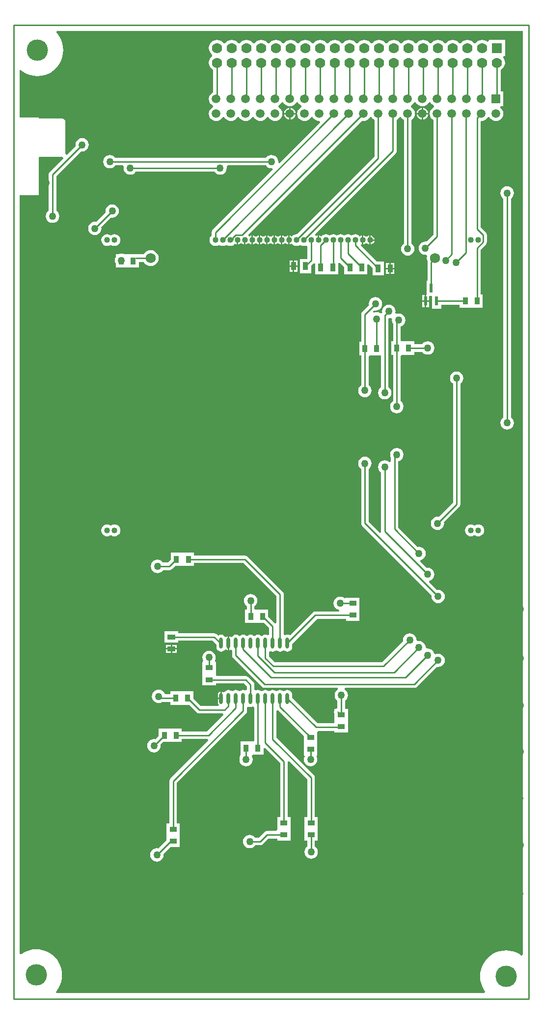
<source format=gbl>
G04 Layer_Physical_Order=2*
G04 Layer_Color=16711680*
%FSLAX24Y24*%
%MOIN*%
G70*
G01*
G75*
%ADD11C,0.0100*%
%ADD13R,0.0354X0.0551*%
%ADD19R,0.0374X0.0512*%
%ADD20R,0.0551X0.0354*%
%ADD23R,0.0700X0.0700*%
%ADD24C,0.0700*%
%ADD25C,0.1450*%
%ADD26C,0.0680*%
%ADD27C,0.0400*%
%ADD28R,0.0591X0.0591*%
%ADD29C,0.0591*%
%ADD30C,0.0500*%
%ADD31O,0.0236X0.0748*%
%ADD32R,0.0236X0.0630*%
%ADD33R,0.0512X0.0374*%
G36*
X34567Y2982D02*
X34467Y2944D01*
X34302Y3054D01*
X34096Y3156D01*
X33879Y3229D01*
X33654Y3274D01*
X33425Y3289D01*
X33196Y3274D01*
X32971Y3229D01*
X32754Y3156D01*
X32548Y3054D01*
X32358Y2927D01*
X32185Y2776D01*
X32034Y2603D01*
X31906Y2412D01*
X31805Y2207D01*
X31731Y1989D01*
X31686Y1764D01*
X31671Y1535D01*
X31686Y1307D01*
X31731Y1082D01*
X31805Y864D01*
X31906Y659D01*
X32017Y494D01*
X31978Y394D01*
X2914D01*
X2873Y485D01*
X2927Y547D01*
X3054Y737D01*
X3156Y943D01*
X3229Y1160D01*
X3274Y1385D01*
X3289Y1614D01*
X3274Y1843D01*
X3229Y2068D01*
X3156Y2285D01*
X3054Y2491D01*
X2927Y2682D01*
X2776Y2854D01*
X2603Y3006D01*
X2412Y3133D01*
X2207Y3234D01*
X1989Y3308D01*
X1764Y3353D01*
X1535Y3368D01*
X1307Y3353D01*
X1082Y3308D01*
X864Y3234D01*
X659Y3133D01*
X494Y3023D01*
X394Y3061D01*
Y54488D01*
X1693D01*
Y57047D01*
X1732Y57080D01*
X3307D01*
X3311Y57080D01*
X3360Y56988D01*
X2458Y56086D01*
X2402Y56003D01*
X2383Y55906D01*
Y53442D01*
X2317Y53392D01*
X2245Y53298D01*
X2199Y53188D01*
X2184Y53071D01*
X2199Y52953D01*
X2245Y52844D01*
X2317Y52750D01*
X2411Y52678D01*
X2520Y52632D01*
X2638Y52617D01*
X2755Y52632D01*
X2865Y52678D01*
X2959Y52750D01*
X3031Y52844D01*
X3076Y52953D01*
X3092Y53071D01*
X3076Y53188D01*
X3031Y53298D01*
X2959Y53392D01*
X2893Y53442D01*
Y55800D01*
X4563Y57470D01*
X4646Y57460D01*
X4763Y57475D01*
X4873Y57520D01*
X4967Y57592D01*
X5039Y57686D01*
X5084Y57796D01*
X5100Y57913D01*
X5084Y58031D01*
X5039Y58140D01*
X4967Y58234D01*
X4873Y58306D01*
X4763Y58352D01*
X4646Y58367D01*
X4528Y58352D01*
X4419Y58306D01*
X4325Y58234D01*
X4253Y58140D01*
X4207Y58031D01*
X4192Y57913D01*
X4203Y57831D01*
X3602Y57231D01*
X3510Y57280D01*
X3511Y57283D01*
Y59488D01*
X3495Y59566D01*
X3451Y59632D01*
X3385Y59677D01*
X3307Y59692D01*
X1732D01*
X1693Y59724D01*
Y59764D01*
X394D01*
Y62952D01*
X485Y62994D01*
X547Y62939D01*
X737Y62812D01*
X943Y62710D01*
X1160Y62637D01*
X1385Y62592D01*
X1614Y62577D01*
X1843Y62592D01*
X2068Y62637D01*
X2285Y62710D01*
X2491Y62812D01*
X2682Y62939D01*
X2854Y63091D01*
X3006Y63263D01*
X3133Y63454D01*
X3234Y63660D01*
X3308Y63877D01*
X3353Y64102D01*
X3368Y64331D01*
X3353Y64560D01*
X3308Y64785D01*
X3234Y65002D01*
X3133Y65208D01*
X3006Y65398D01*
X2890Y65530D01*
X2935Y65630D01*
X34567D01*
Y2982D01*
D02*
G37*
%LPC*%
G36*
X31807Y65031D02*
X31664Y65012D01*
X31530Y64957D01*
X31415Y64869D01*
X31369Y64808D01*
X31246D01*
X31199Y64869D01*
X31084Y64957D01*
X30951Y65012D01*
X30807Y65031D01*
X30664Y65012D01*
X30530Y64957D01*
X30415Y64869D01*
X30369Y64808D01*
X30246D01*
X30199Y64869D01*
X30084Y64957D01*
X29951Y65012D01*
X29807Y65031D01*
X29664Y65012D01*
X29530Y64957D01*
X29415Y64869D01*
X29369Y64808D01*
X29246D01*
X29199Y64869D01*
X29084Y64957D01*
X28951Y65012D01*
X28807Y65031D01*
X28664Y65012D01*
X28530Y64957D01*
X28415Y64869D01*
X28369Y64808D01*
X28246D01*
X28199Y64869D01*
X28084Y64957D01*
X27951Y65012D01*
X27807Y65031D01*
X27664Y65012D01*
X27530Y64957D01*
X27415Y64869D01*
X27369Y64808D01*
X27246D01*
X27199Y64869D01*
X27084Y64957D01*
X26951Y65012D01*
X26807Y65031D01*
X26664Y65012D01*
X26530Y64957D01*
X26415Y64869D01*
X26369Y64808D01*
X26246D01*
X26199Y64869D01*
X26084Y64957D01*
X25951Y65012D01*
X25807Y65031D01*
X25664Y65012D01*
X25530Y64957D01*
X25415Y64869D01*
X25369Y64808D01*
X25246D01*
X25199Y64869D01*
X25084Y64957D01*
X24951Y65012D01*
X24807Y65031D01*
X24664Y65012D01*
X24530Y64957D01*
X24415Y64869D01*
X24369Y64808D01*
X24246D01*
X24199Y64869D01*
X24084Y64957D01*
X23951Y65012D01*
X23807Y65031D01*
X23664Y65012D01*
X23530Y64957D01*
X23415Y64869D01*
X23369Y64808D01*
X23246D01*
X23199Y64869D01*
X23084Y64957D01*
X22951Y65012D01*
X22807Y65031D01*
X22664Y65012D01*
X22530Y64957D01*
X22415Y64869D01*
X22369Y64808D01*
X22246D01*
X22199Y64869D01*
X22084Y64957D01*
X21951Y65012D01*
X21807Y65031D01*
X21664Y65012D01*
X21530Y64957D01*
X21415Y64869D01*
X21369Y64808D01*
X21246D01*
X21199Y64869D01*
X21084Y64957D01*
X20951Y65012D01*
X20807Y65031D01*
X20664Y65012D01*
X20530Y64957D01*
X20415Y64869D01*
X20369Y64808D01*
X20246D01*
X20199Y64869D01*
X20084Y64957D01*
X19951Y65012D01*
X19807Y65031D01*
X19664Y65012D01*
X19530Y64957D01*
X19415Y64869D01*
X19369Y64808D01*
X19246D01*
X19199Y64869D01*
X19084Y64957D01*
X18951Y65012D01*
X18807Y65031D01*
X18664Y65012D01*
X18530Y64957D01*
X18415Y64869D01*
X18369Y64808D01*
X18246D01*
X18199Y64869D01*
X18084Y64957D01*
X17951Y65012D01*
X17807Y65031D01*
X17664Y65012D01*
X17530Y64957D01*
X17415Y64869D01*
X17369Y64808D01*
X17246D01*
X17199Y64869D01*
X17084Y64957D01*
X16951Y65012D01*
X16807Y65031D01*
X16664Y65012D01*
X16530Y64957D01*
X16415Y64869D01*
X16369Y64808D01*
X16246D01*
X16199Y64869D01*
X16084Y64957D01*
X15951Y65012D01*
X15807Y65031D01*
X15664Y65012D01*
X15530Y64957D01*
X15415Y64869D01*
X15369Y64808D01*
X15246D01*
X15199Y64869D01*
X15084Y64957D01*
X14951Y65012D01*
X14807Y65031D01*
X14664Y65012D01*
X14530Y64957D01*
X14415Y64869D01*
X14369Y64808D01*
X14246D01*
X14199Y64869D01*
X14084Y64957D01*
X13951Y65012D01*
X13807Y65031D01*
X13664Y65012D01*
X13530Y64957D01*
X13415Y64869D01*
X13327Y64754D01*
X13271Y64620D01*
X13252Y64476D01*
X13271Y64333D01*
X13327Y64199D01*
X13415Y64084D01*
X13475Y64038D01*
Y63915D01*
X13415Y63869D01*
X13327Y63754D01*
X13271Y63620D01*
X13252Y63476D01*
X13271Y63333D01*
X13327Y63199D01*
X13415Y63084D01*
X13530Y62996D01*
X13552Y62987D01*
Y61475D01*
X13506Y61456D01*
X13403Y61377D01*
X13323Y61273D01*
X13273Y61153D01*
X13256Y61024D01*
X13273Y60894D01*
X13323Y60774D01*
X13403Y60670D01*
X13506Y60591D01*
X13538Y60578D01*
Y60469D01*
X13506Y60456D01*
X13403Y60377D01*
X13323Y60273D01*
X13273Y60153D01*
X13256Y60024D01*
X13273Y59894D01*
X13323Y59774D01*
X13403Y59670D01*
X13506Y59591D01*
X13627Y59541D01*
X13756Y59524D01*
X13885Y59541D01*
X14006Y59591D01*
X14109Y59670D01*
X14189Y59774D01*
X14202Y59806D01*
X14310D01*
X14323Y59774D01*
X14403Y59670D01*
X14506Y59591D01*
X14627Y59541D01*
X14756Y59524D01*
X14885Y59541D01*
X15006Y59591D01*
X15109Y59670D01*
X15189Y59774D01*
X15202Y59806D01*
X15310D01*
X15323Y59774D01*
X15403Y59670D01*
X15506Y59591D01*
X15627Y59541D01*
X15756Y59524D01*
X15885Y59541D01*
X16006Y59591D01*
X16109Y59670D01*
X16189Y59774D01*
X16202Y59806D01*
X16310D01*
X16323Y59774D01*
X16403Y59670D01*
X16506Y59591D01*
X16627Y59541D01*
X16756Y59524D01*
X16885Y59541D01*
X17006Y59591D01*
X17109Y59670D01*
X17189Y59774D01*
X17202Y59806D01*
X17310D01*
X17323Y59774D01*
X17403Y59670D01*
X17506Y59591D01*
X17627Y59541D01*
X17756Y59524D01*
X17885Y59541D01*
X18006Y59591D01*
X18109Y59670D01*
X18189Y59774D01*
X18238Y59894D01*
X18255Y60024D01*
X18238Y60153D01*
X18189Y60273D01*
X18109Y60377D01*
X18006Y60456D01*
X17974Y60469D01*
Y60578D01*
X18006Y60591D01*
X18109Y60670D01*
X18189Y60774D01*
X18202Y60806D01*
X18310D01*
X18323Y60774D01*
X18403Y60670D01*
X18506Y60591D01*
X18627Y60541D01*
X18756Y60524D01*
X18885Y60541D01*
X19006Y60591D01*
X19109Y60670D01*
X19189Y60774D01*
X19202Y60806D01*
X19310D01*
X19323Y60774D01*
X19403Y60670D01*
X19506Y60591D01*
X19538Y60578D01*
Y60469D01*
X19506Y60456D01*
X19403Y60377D01*
X19323Y60273D01*
X19273Y60153D01*
X19256Y60024D01*
X19273Y59894D01*
X19323Y59774D01*
X19403Y59670D01*
X19506Y59591D01*
X19627Y59541D01*
X19756Y59524D01*
X19885Y59541D01*
X20006Y59591D01*
X20109Y59670D01*
X20189Y59774D01*
X20202Y59806D01*
X20310D01*
X20323Y59774D01*
X20403Y59670D01*
X20506Y59591D01*
X20627Y59541D01*
X20755Y59524D01*
X20758Y59520D01*
X20801Y59429D01*
X18046Y56674D01*
X17951Y56721D01*
X17958Y56772D01*
X17942Y56889D01*
X17897Y56999D01*
X17825Y57093D01*
X17731Y57165D01*
X17621Y57210D01*
X17504Y57226D01*
X17386Y57210D01*
X17277Y57165D01*
X17183Y57093D01*
X17132Y57027D01*
X6907D01*
X6856Y57093D01*
X6762Y57165D01*
X6653Y57210D01*
X6535Y57226D01*
X6418Y57210D01*
X6308Y57165D01*
X6214Y57093D01*
X6142Y56999D01*
X6097Y56889D01*
X6082Y56772D01*
X6097Y56654D01*
X6142Y56545D01*
X6214Y56451D01*
X6308Y56379D01*
X6418Y56333D01*
X6535Y56318D01*
X6653Y56333D01*
X6762Y56379D01*
X6856Y56451D01*
X6907Y56517D01*
X7403D01*
X7470Y56417D01*
X7459Y56339D01*
X7475Y56221D01*
X7520Y56112D01*
X7592Y56018D01*
X7686Y55946D01*
X7796Y55900D01*
X7913Y55885D01*
X8031Y55900D01*
X8140Y55946D01*
X8234Y56018D01*
X8285Y56084D01*
X13644D01*
X13695Y56018D01*
X13789Y55946D01*
X13898Y55900D01*
X14016Y55885D01*
X14133Y55900D01*
X14243Y55946D01*
X14337Y56018D01*
X14409Y56112D01*
X14454Y56221D01*
X14470Y56339D01*
X14459Y56417D01*
X14526Y56517D01*
X17132D01*
X17183Y56451D01*
X17277Y56379D01*
X17386Y56333D01*
X17504Y56318D01*
X17555Y56324D01*
X17602Y56230D01*
X13521Y52149D01*
X13465Y52066D01*
X13446Y51968D01*
Y51765D01*
X13415Y51742D01*
X13351Y51658D01*
X13311Y51561D01*
X13297Y51457D01*
X13311Y51352D01*
X13351Y51255D01*
X13415Y51171D01*
X13499Y51107D01*
X13596Y51067D01*
X13701Y51053D01*
X13805Y51067D01*
X13903Y51107D01*
X13951Y51144D01*
X13999Y51107D01*
X14096Y51067D01*
X14201Y51053D01*
X14305Y51067D01*
X14403Y51107D01*
X14451Y51144D01*
X14499Y51107D01*
X14596Y51067D01*
X14701Y51053D01*
X14805Y51067D01*
X14903Y51107D01*
X14986Y51171D01*
X15021Y51217D01*
X15049Y51195D01*
X15122Y51164D01*
X15151Y51161D01*
Y51457D01*
X15251D01*
Y51161D01*
X15279Y51164D01*
X15352Y51195D01*
X15381Y51217D01*
X15451Y51234D01*
X15521Y51217D01*
X15549Y51195D01*
X15622Y51164D01*
X15651Y51161D01*
Y51457D01*
X15751D01*
Y51161D01*
X15779Y51164D01*
X15852Y51195D01*
X15881Y51217D01*
X15951Y51234D01*
X16021Y51217D01*
X16049Y51195D01*
X16122Y51164D01*
X16151Y51161D01*
Y51457D01*
Y51753D01*
X16122Y51749D01*
X16049Y51719D01*
X16021Y51697D01*
X16005Y51693D01*
X15951Y51726D01*
X15937Y51845D01*
X23633Y59540D01*
X23756Y59524D01*
X23885Y59541D01*
X24006Y59591D01*
X24109Y59670D01*
X24189Y59774D01*
X24202Y59806D01*
X24310D01*
X24323Y59774D01*
X24403Y59670D01*
X24501Y59595D01*
Y57117D01*
X19239Y51855D01*
X19201Y51860D01*
X19096Y51846D01*
X18999Y51806D01*
X18915Y51742D01*
X18881Y51697D01*
X18852Y51719D01*
X18779Y51749D01*
X18751Y51753D01*
Y51457D01*
Y51161D01*
X18779Y51164D01*
X18852Y51195D01*
X18881Y51217D01*
X18915Y51171D01*
X18999Y51107D01*
X19096Y51067D01*
X19201Y51053D01*
X19305Y51067D01*
X19403Y51107D01*
X19451Y51144D01*
X19499Y51107D01*
X19596Y51067D01*
X19701Y51053D01*
X19805Y51067D01*
X19846Y51084D01*
X19946Y51020D01*
Y50178D01*
X19928Y50161D01*
X19436D01*
Y49209D01*
X20190D01*
Y49702D01*
X20379Y49891D01*
X20387Y49890D01*
X20479Y49859D01*
Y49131D01*
X21233D01*
Y49131D01*
X21286D01*
Y49131D01*
X22041D01*
Y49899D01*
X22133Y49938D01*
X22448Y49623D01*
Y49131D01*
X23202D01*
X23202Y49131D01*
X23255D01*
Y49131D01*
X23302Y49131D01*
X24009D01*
Y49781D01*
X24101Y49820D01*
X24377Y49544D01*
Y49052D01*
X25131D01*
Y50003D01*
X24639D01*
X23560Y51082D01*
X23617Y51167D01*
X23622Y51164D01*
X23651Y51161D01*
Y51457D01*
Y51753D01*
X23622Y51749D01*
X23549Y51719D01*
X23521Y51697D01*
X23486Y51742D01*
X23403Y51806D01*
X23305Y51846D01*
X23201Y51860D01*
X23096Y51846D01*
X22999Y51806D01*
X22951Y51769D01*
X22903Y51806D01*
X22805Y51846D01*
X22701Y51860D01*
X22596Y51846D01*
X22499Y51806D01*
X22451Y51769D01*
X22403Y51806D01*
X22305Y51846D01*
X22201Y51860D01*
X22096Y51846D01*
X21999Y51806D01*
X21951Y51769D01*
X21903Y51806D01*
X21805Y51846D01*
X21701Y51860D01*
X21596Y51846D01*
X21499Y51806D01*
X21451Y51769D01*
X21403Y51806D01*
X21305Y51846D01*
X21201Y51860D01*
X21096Y51846D01*
X20999Y51806D01*
X20916Y51742D01*
X20881Y51697D01*
X20852Y51719D01*
X20779Y51749D01*
X20751Y51753D01*
Y51457D01*
X20651D01*
Y51753D01*
X20622Y51749D01*
X20552Y51720D01*
X20535Y51730D01*
X20485Y51766D01*
X20477Y51873D01*
X25936Y57332D01*
X25991Y57414D01*
X26011Y57512D01*
Y59595D01*
X26109Y59670D01*
X26189Y59774D01*
X26202Y59806D01*
X26310D01*
X26323Y59774D01*
X26403Y59670D01*
X26501Y59595D01*
Y51222D01*
X26435Y51171D01*
X26363Y51077D01*
X26317Y50968D01*
X26302Y50850D01*
X26317Y50733D01*
X26363Y50623D01*
X26435Y50529D01*
X26529Y50457D01*
X26638Y50412D01*
X26756Y50397D01*
X26873Y50412D01*
X26983Y50457D01*
X27077Y50529D01*
X27149Y50623D01*
X27194Y50733D01*
X27210Y50850D01*
X27194Y50968D01*
X27149Y51077D01*
X27077Y51171D01*
X27011Y51222D01*
Y59595D01*
X27109Y59670D01*
X27189Y59774D01*
X27238Y59894D01*
X27255Y60024D01*
X27238Y60153D01*
X27189Y60273D01*
X27109Y60377D01*
X27006Y60456D01*
X26974Y60469D01*
Y60578D01*
X27006Y60591D01*
X27109Y60670D01*
X27189Y60774D01*
X27202Y60806D01*
X27310D01*
X27323Y60774D01*
X27403Y60670D01*
X27506Y60591D01*
X27627Y60541D01*
X27756Y60524D01*
X27885Y60541D01*
X28006Y60591D01*
X28109Y60670D01*
X28189Y60774D01*
X28202Y60806D01*
X28310D01*
X28323Y60774D01*
X28403Y60670D01*
X28506Y60591D01*
X28538Y60578D01*
Y60469D01*
X28506Y60456D01*
X28403Y60377D01*
X28323Y60273D01*
X28273Y60153D01*
X28256Y60024D01*
X28273Y59894D01*
X28323Y59774D01*
X28403Y59670D01*
X28501Y59595D01*
Y51814D01*
X28035Y51349D01*
X27953Y51359D01*
X27835Y51344D01*
X27726Y51299D01*
X27632Y51226D01*
X27560Y51132D01*
X27514Y51023D01*
X27499Y50906D01*
X27514Y50788D01*
X27560Y50679D01*
X27632Y50585D01*
X27726Y50512D01*
X27835Y50467D01*
X27953Y50452D01*
X28004Y50458D01*
X28075Y50368D01*
X28056Y50227D01*
X28075Y50086D01*
X28101Y50021D01*
X28092Y49972D01*
Y48704D01*
X28028D01*
Y47738D01*
X28022D01*
Y47373D01*
X28191D01*
Y47674D01*
X28402D01*
Y46808D01*
X29039D01*
Y47068D01*
X30272D01*
Y46867D01*
X31046D01*
Y46867D01*
X31080D01*
Y46867D01*
X31854D01*
Y47779D01*
X31721D01*
Y50802D01*
X32060Y51140D01*
X32115Y51223D01*
X32134Y51321D01*
Y51785D01*
X32115Y51883D01*
X32060Y51966D01*
X31721Y52304D01*
Y59494D01*
X31756Y59524D01*
X31885Y59541D01*
X32006Y59591D01*
X32109Y59670D01*
X32189Y59774D01*
X32202Y59806D01*
X32310D01*
X32323Y59774D01*
X32403Y59670D01*
X32506Y59591D01*
X32627Y59541D01*
X32756Y59524D01*
X32885Y59541D01*
X33006Y59591D01*
X33109Y59670D01*
X33189Y59774D01*
X33238Y59894D01*
X33255Y60024D01*
X33238Y60153D01*
X33189Y60273D01*
X33109Y60377D01*
X33042Y60428D01*
X33076Y60528D01*
X33251D01*
Y61519D01*
X33062D01*
Y62987D01*
X33084Y62996D01*
X33199Y63084D01*
X33288Y63199D01*
X33343Y63333D01*
X33362Y63476D01*
X33343Y63620D01*
X33288Y63754D01*
X33232Y63826D01*
X33281Y63926D01*
X33357D01*
Y65026D01*
X32257D01*
Y64950D01*
X32157Y64901D01*
X32084Y64957D01*
X31951Y65012D01*
X31807Y65031D01*
D02*
G37*
G36*
X18806Y60416D02*
Y60074D01*
X19148D01*
X19141Y60127D01*
X19101Y60223D01*
X19038Y60306D01*
X18955Y60369D01*
X18859Y60409D01*
X18806Y60416D01*
D02*
G37*
G36*
X27806D02*
Y60074D01*
X28148D01*
X28141Y60127D01*
X28101Y60223D01*
X28038Y60306D01*
X27955Y60369D01*
X27859Y60409D01*
X27806Y60416D01*
D02*
G37*
G36*
X18706Y60416D02*
X18653Y60409D01*
X18557Y60369D01*
X18474Y60306D01*
X18411Y60223D01*
X18371Y60127D01*
X18364Y60074D01*
X18706D01*
Y60416D01*
D02*
G37*
G36*
X27706D02*
X27653Y60409D01*
X27557Y60369D01*
X27474Y60306D01*
X27411Y60223D01*
X27371Y60127D01*
X27364Y60074D01*
X27706D01*
Y60416D01*
D02*
G37*
G36*
X28148Y59974D02*
X27806D01*
Y59632D01*
X27859Y59639D01*
X27955Y59678D01*
X28038Y59742D01*
X28101Y59824D01*
X28141Y59920D01*
X28148Y59974D01*
D02*
G37*
G36*
X19148D02*
X18806D01*
Y59632D01*
X18859Y59639D01*
X18955Y59678D01*
X19038Y59742D01*
X19101Y59824D01*
X19141Y59920D01*
X19148Y59974D01*
D02*
G37*
G36*
X27706D02*
X27364D01*
X27371Y59920D01*
X27411Y59824D01*
X27474Y59742D01*
X27557Y59678D01*
X27653Y59639D01*
X27706Y59632D01*
Y59974D01*
D02*
G37*
G36*
X18706D02*
X18364D01*
X18371Y59920D01*
X18411Y59824D01*
X18474Y59742D01*
X18557Y59678D01*
X18653Y59639D01*
X18706Y59632D01*
Y59974D01*
D02*
G37*
G36*
X6693Y53879D02*
X6575Y53864D01*
X6466Y53818D01*
X6372Y53746D01*
X6300Y53652D01*
X6255Y53543D01*
X6239Y53425D01*
X6250Y53343D01*
X5594Y52687D01*
X5512Y52698D01*
X5394Y52683D01*
X5285Y52637D01*
X5191Y52565D01*
X5119Y52471D01*
X5073Y52362D01*
X5058Y52244D01*
X5073Y52127D01*
X5119Y52017D01*
X5191Y51923D01*
X5285Y51851D01*
X5394Y51806D01*
X5512Y51790D01*
X5629Y51806D01*
X5739Y51851D01*
X5833Y51923D01*
X5905Y52017D01*
X5950Y52127D01*
X5966Y52244D01*
X5955Y52327D01*
X6610Y52982D01*
X6693Y52971D01*
X6810Y52987D01*
X6920Y53032D01*
X7014Y53104D01*
X7086Y53198D01*
X7131Y53308D01*
X7147Y53425D01*
X7131Y53543D01*
X7086Y53652D01*
X7014Y53746D01*
X6920Y53818D01*
X6810Y53864D01*
X6693Y53879D01*
D02*
G37*
G36*
X6851Y51860D02*
X6746Y51846D01*
X6649Y51806D01*
X6601Y51769D01*
X6553Y51806D01*
X6455Y51846D01*
X6351Y51860D01*
X6246Y51846D01*
X6149Y51806D01*
X6065Y51742D01*
X6001Y51658D01*
X5961Y51561D01*
X5947Y51457D01*
X5961Y51352D01*
X6001Y51255D01*
X6065Y51171D01*
X6149Y51107D01*
X6246Y51067D01*
X6351Y51053D01*
X6455Y51067D01*
X6553Y51107D01*
X6601Y51144D01*
X6649Y51107D01*
X6746Y51067D01*
X6851Y51053D01*
X6955Y51067D01*
X7053Y51107D01*
X7136Y51171D01*
X7200Y51255D01*
X7240Y51352D01*
X7254Y51457D01*
X7240Y51561D01*
X7200Y51658D01*
X7136Y51742D01*
X7053Y51806D01*
X6955Y51846D01*
X6851Y51860D01*
D02*
G37*
G36*
X18651Y51753D02*
X18622Y51749D01*
X18549Y51719D01*
X18521Y51697D01*
X18451Y51680D01*
X18381Y51697D01*
X18352Y51719D01*
X18279Y51749D01*
X18251Y51753D01*
Y51457D01*
Y51161D01*
X18279Y51164D01*
X18352Y51195D01*
X18381Y51217D01*
X18451Y51234D01*
X18521Y51217D01*
X18549Y51195D01*
X18622Y51164D01*
X18651Y51161D01*
Y51457D01*
Y51753D01*
D02*
G37*
G36*
X18151D02*
X18122Y51749D01*
X18049Y51719D01*
X18021Y51697D01*
X17951Y51680D01*
X17881Y51697D01*
X17852Y51719D01*
X17779Y51749D01*
X17751Y51753D01*
Y51457D01*
Y51161D01*
X17779Y51164D01*
X17852Y51195D01*
X17881Y51217D01*
X17951Y51234D01*
X18021Y51217D01*
X18049Y51195D01*
X18122Y51164D01*
X18151Y51161D01*
Y51457D01*
Y51753D01*
D02*
G37*
G36*
X17651D02*
X17622Y51749D01*
X17549Y51719D01*
X17521Y51697D01*
X17451Y51680D01*
X17381Y51697D01*
X17352Y51719D01*
X17279Y51749D01*
X17251Y51753D01*
Y51457D01*
Y51161D01*
X17279Y51164D01*
X17352Y51195D01*
X17381Y51217D01*
X17451Y51234D01*
X17521Y51217D01*
X17549Y51195D01*
X17622Y51164D01*
X17651Y51161D01*
Y51457D01*
Y51753D01*
D02*
G37*
G36*
X24151D02*
X24122Y51749D01*
X24049Y51719D01*
X24021Y51697D01*
X23951Y51680D01*
X23881Y51697D01*
X23852Y51719D01*
X23779Y51749D01*
X23751Y51753D01*
Y51457D01*
Y51161D01*
X23779Y51164D01*
X23852Y51195D01*
X23881Y51217D01*
X23951Y51234D01*
X24021Y51217D01*
X24049Y51195D01*
X24122Y51164D01*
X24151Y51161D01*
Y51457D01*
Y51753D01*
D02*
G37*
G36*
X17151D02*
X17122Y51749D01*
X17049Y51719D01*
X17021Y51697D01*
X16951Y51680D01*
X16881Y51697D01*
X16852Y51719D01*
X16779Y51749D01*
X16751Y51753D01*
Y51457D01*
Y51161D01*
X16779Y51164D01*
X16852Y51195D01*
X16881Y51217D01*
X16951Y51234D01*
X17021Y51217D01*
X17049Y51195D01*
X17122Y51164D01*
X17151Y51161D01*
Y51457D01*
Y51753D01*
D02*
G37*
G36*
X16651D02*
X16622Y51749D01*
X16549Y51719D01*
X16521Y51697D01*
X16451Y51680D01*
X16381Y51697D01*
X16352Y51719D01*
X16279Y51749D01*
X16251Y51753D01*
Y51457D01*
Y51161D01*
X16279Y51164D01*
X16352Y51195D01*
X16381Y51217D01*
X16451Y51234D01*
X16521Y51217D01*
X16549Y51195D01*
X16622Y51164D01*
X16651Y51161D01*
Y51457D01*
Y51753D01*
D02*
G37*
G36*
X24251D02*
Y51507D01*
X24497D01*
X24493Y51535D01*
X24463Y51608D01*
X24415Y51671D01*
X24352Y51719D01*
X24279Y51749D01*
X24251Y51753D01*
D02*
G37*
G36*
X24497Y51407D02*
X24251D01*
Y51161D01*
X24279Y51164D01*
X24352Y51195D01*
X24415Y51243D01*
X24463Y51305D01*
X24493Y51378D01*
X24497Y51407D01*
D02*
G37*
G36*
X9301Y50771D02*
X9160Y50753D01*
X9028Y50698D01*
X8916Y50612D01*
X8829Y50499D01*
X8822Y50482D01*
X8507D01*
Y50495D01*
X7733D01*
X7733Y50495D01*
X7700D01*
Y50495D01*
X7633Y50495D01*
X7493D01*
X7440Y50517D01*
X7323Y50533D01*
X7205Y50517D01*
X7153Y50495D01*
X6926D01*
Y50297D01*
X6884Y50196D01*
X6869Y50079D01*
X6884Y49961D01*
X6926Y49861D01*
Y49583D01*
X7633D01*
X7700Y49583D01*
Y49583D01*
X7733D01*
Y49583D01*
X8507D01*
Y49972D01*
X8822D01*
X8829Y49954D01*
X8916Y49842D01*
X9028Y49755D01*
X9160Y49701D01*
X9301Y49682D01*
X9442Y49701D01*
X9573Y49755D01*
X9686Y49842D01*
X9772Y49954D01*
X9827Y50086D01*
X9845Y50227D01*
X9827Y50368D01*
X9772Y50499D01*
X9686Y50612D01*
X9573Y50698D01*
X9442Y50753D01*
X9301Y50771D01*
D02*
G37*
G36*
X19283Y50061D02*
X19056D01*
Y49735D01*
X19283D01*
Y50061D01*
D02*
G37*
G36*
X18956D02*
X18729D01*
Y49735D01*
X18956D01*
Y50061D01*
D02*
G37*
G36*
X25838Y49903D02*
X25611D01*
Y49578D01*
X25838D01*
Y49903D01*
D02*
G37*
G36*
X25511D02*
X25284D01*
Y49578D01*
X25511D01*
Y49903D01*
D02*
G37*
G36*
X19283Y49635D02*
X19056D01*
Y49309D01*
X19283D01*
Y49635D01*
D02*
G37*
G36*
X18956D02*
X18729D01*
Y49309D01*
X18956D01*
Y49635D01*
D02*
G37*
G36*
X25838Y49478D02*
X25611D01*
Y49152D01*
X25838D01*
Y49478D01*
D02*
G37*
G36*
X25511D02*
X25284D01*
Y49152D01*
X25511D01*
Y49478D01*
D02*
G37*
G36*
X27922Y47738D02*
X27754D01*
Y47373D01*
X27922D01*
Y47738D01*
D02*
G37*
G36*
X28191Y47273D02*
X28022D01*
Y46908D01*
X28191D01*
Y47273D01*
D02*
G37*
G36*
X27922D02*
X27754D01*
Y46908D01*
X27922D01*
Y47273D01*
D02*
G37*
G36*
X24567Y47580D02*
X24449Y47564D01*
X24340Y47519D01*
X24246Y47447D01*
X24174Y47353D01*
X24129Y47243D01*
X24113Y47126D01*
X24124Y47043D01*
X23668Y46588D01*
X23613Y46505D01*
X23594Y46407D01*
Y44550D01*
X23461D01*
Y43639D01*
X23594D01*
Y41622D01*
X23527Y41571D01*
X23455Y41477D01*
X23410Y41367D01*
X23395Y41250D01*
X23410Y41133D01*
X23455Y41023D01*
X23527Y40929D01*
X23621Y40857D01*
X23731Y40812D01*
X23848Y40796D01*
X23966Y40812D01*
X24075Y40857D01*
X24169Y40929D01*
X24241Y41023D01*
X24287Y41133D01*
X24302Y41250D01*
X24287Y41367D01*
X24241Y41477D01*
X24169Y41571D01*
X24103Y41622D01*
Y43568D01*
X24174Y43639D01*
X24235D01*
X24335Y43639D01*
X24942D01*
Y41474D01*
X24876Y41423D01*
X24804Y41329D01*
X24758Y41220D01*
X24743Y41102D01*
X24758Y40985D01*
X24804Y40875D01*
X24876Y40781D01*
X24970Y40709D01*
X25079Y40664D01*
X25197Y40648D01*
X25314Y40664D01*
X25424Y40709D01*
X25518Y40781D01*
X25590Y40875D01*
X25635Y40985D01*
X25651Y41102D01*
X25635Y41220D01*
X25590Y41329D01*
X25518Y41423D01*
X25452Y41474D01*
Y46142D01*
X25472Y46160D01*
X25590Y46176D01*
X25613Y46186D01*
X25644Y46170D01*
X25700Y46113D01*
X25688Y46024D01*
X25703Y45906D01*
X25749Y45797D01*
X25759Y45783D01*
Y44590D01*
X25627D01*
Y43678D01*
X25759D01*
Y40539D01*
X25693Y40488D01*
X25621Y40394D01*
X25575Y40285D01*
X25560Y40167D01*
X25575Y40050D01*
X25621Y39940D01*
X25693Y39846D01*
X25787Y39774D01*
X25896Y39729D01*
X26014Y39713D01*
X26131Y39729D01*
X26241Y39774D01*
X26335Y39846D01*
X26407Y39940D01*
X26452Y40050D01*
X26468Y40167D01*
X26452Y40285D01*
X26407Y40394D01*
X26335Y40488D01*
X26269Y40539D01*
Y43607D01*
X26339Y43678D01*
X26401D01*
X26501Y43678D01*
X27208D01*
Y43879D01*
X27739D01*
X27789Y43813D01*
X27883Y43741D01*
X27993Y43695D01*
X28110Y43680D01*
X28228Y43695D01*
X28337Y43741D01*
X28431Y43813D01*
X28503Y43907D01*
X28549Y44016D01*
X28564Y44134D01*
X28549Y44251D01*
X28503Y44361D01*
X28431Y44455D01*
X28337Y44527D01*
X28228Y44572D01*
X28110Y44588D01*
X27993Y44572D01*
X27883Y44527D01*
X27789Y44455D01*
X27739Y44389D01*
X27208D01*
Y44590D01*
X26501D01*
X26434Y44590D01*
X26339Y44590D01*
X26269Y44660D01*
Y45589D01*
X26369Y45631D01*
X26463Y45703D01*
X26535Y45797D01*
X26580Y45906D01*
X26596Y46024D01*
X26580Y46141D01*
X26535Y46251D01*
X26463Y46345D01*
X26369Y46417D01*
X26259Y46462D01*
X26142Y46478D01*
X26024Y46462D01*
X26001Y46452D01*
X25970Y46468D01*
X25915Y46525D01*
X25926Y46614D01*
X25911Y46732D01*
X25866Y46841D01*
X25793Y46935D01*
X25699Y47007D01*
X25590Y47053D01*
X25472Y47068D01*
X25355Y47053D01*
X25245Y47007D01*
X25152Y46935D01*
X25079Y46841D01*
X25034Y46732D01*
X25019Y46614D01*
X25029Y46532D01*
X25017Y46519D01*
X25006Y46503D01*
X24907Y46486D01*
X24882Y46505D01*
X24773Y46551D01*
X24656Y46566D01*
X24538Y46551D01*
X24462Y46519D01*
X24405Y46604D01*
X24484Y46683D01*
X24567Y46672D01*
X24684Y46688D01*
X24794Y46733D01*
X24888Y46805D01*
X24960Y46899D01*
X25005Y47009D01*
X25021Y47126D01*
X25005Y47243D01*
X24960Y47353D01*
X24888Y47447D01*
X24794Y47519D01*
X24684Y47564D01*
X24567Y47580D01*
D02*
G37*
G36*
X33504Y55100D02*
X33386Y55084D01*
X33277Y55039D01*
X33183Y54967D01*
X33111Y54873D01*
X33066Y54763D01*
X33050Y54646D01*
X33066Y54528D01*
X33111Y54419D01*
X33183Y54325D01*
X33249Y54274D01*
Y39427D01*
X33183Y39376D01*
X33111Y39282D01*
X33066Y39173D01*
X33050Y39055D01*
X33066Y38938D01*
X33111Y38828D01*
X33183Y38734D01*
X33277Y38662D01*
X33386Y38617D01*
X33504Y38601D01*
X33621Y38617D01*
X33731Y38662D01*
X33825Y38734D01*
X33897Y38828D01*
X33942Y38938D01*
X33958Y39055D01*
X33942Y39173D01*
X33897Y39282D01*
X33825Y39376D01*
X33759Y39427D01*
Y54274D01*
X33825Y54325D01*
X33897Y54419D01*
X33942Y54528D01*
X33958Y54646D01*
X33942Y54763D01*
X33897Y54873D01*
X33825Y54967D01*
X33731Y55039D01*
X33621Y55084D01*
X33504Y55100D01*
D02*
G37*
G36*
X26014Y37353D02*
X25896Y37338D01*
X25787Y37293D01*
X25693Y37221D01*
X25621Y37127D01*
X25575Y37017D01*
X25560Y36900D01*
X25575Y36782D01*
X25611Y36696D01*
Y36426D01*
X25540Y36394D01*
X25511Y36389D01*
X25424Y36456D01*
X25314Y36501D01*
X25197Y36517D01*
X25079Y36501D01*
X24970Y36456D01*
X24876Y36384D01*
X24804Y36290D01*
X24758Y36180D01*
X24743Y36063D01*
X24758Y35946D01*
X24804Y35836D01*
X24876Y35742D01*
X24942Y35691D01*
Y31693D01*
X24950Y31655D01*
X24857Y31605D01*
X24103Y32360D01*
Y35937D01*
X24169Y35988D01*
X24241Y36082D01*
X24287Y36192D01*
X24302Y36309D01*
X24287Y36427D01*
X24241Y36536D01*
X24169Y36630D01*
X24075Y36702D01*
X23966Y36747D01*
X23848Y36763D01*
X23731Y36747D01*
X23621Y36702D01*
X23527Y36630D01*
X23455Y36536D01*
X23410Y36427D01*
X23395Y36309D01*
X23410Y36192D01*
X23455Y36082D01*
X23527Y35988D01*
X23594Y35937D01*
Y32254D01*
X23613Y32156D01*
X23668Y32074D01*
X28376Y27366D01*
X28365Y27283D01*
X28380Y27166D01*
X28426Y27057D01*
X28498Y26963D01*
X28592Y26890D01*
X28701Y26845D01*
X28819Y26830D01*
X28936Y26845D01*
X29046Y26890D01*
X29140Y26963D01*
X29212Y27057D01*
X29257Y27166D01*
X29273Y27283D01*
X29257Y27401D01*
X29212Y27510D01*
X29140Y27604D01*
X29046Y27677D01*
X28936Y27722D01*
X28819Y27737D01*
X28736Y27726D01*
X28214Y28249D01*
X28253Y28351D01*
X28337Y28386D01*
X28431Y28459D01*
X28503Y28553D01*
X28549Y28662D01*
X28564Y28780D01*
X28549Y28897D01*
X28503Y29006D01*
X28431Y29100D01*
X28337Y29173D01*
X28228Y29218D01*
X28110Y29233D01*
X28028Y29223D01*
X27598Y29652D01*
X27634Y29758D01*
X27637Y29758D01*
X27747Y29804D01*
X27841Y29876D01*
X27913Y29970D01*
X27958Y30079D01*
X27974Y30197D01*
X27958Y30314D01*
X27913Y30424D01*
X27841Y30518D01*
X27747Y30590D01*
X27637Y30635D01*
X27520Y30651D01*
X27437Y30640D01*
X26121Y31956D01*
Y36460D01*
X26131Y36461D01*
X26241Y36507D01*
X26335Y36579D01*
X26407Y36673D01*
X26452Y36782D01*
X26468Y36900D01*
X26452Y37017D01*
X26407Y37127D01*
X26335Y37221D01*
X26241Y37293D01*
X26131Y37338D01*
X26014Y37353D01*
D02*
G37*
G36*
X30079Y42540D02*
X29961Y42525D01*
X29852Y42480D01*
X29758Y42408D01*
X29686Y42314D01*
X29640Y42204D01*
X29625Y42087D01*
X29640Y41969D01*
X29686Y41860D01*
X29758Y41766D01*
X29824Y41715D01*
Y33649D01*
X28862Y32687D01*
X28780Y32698D01*
X28662Y32683D01*
X28553Y32637D01*
X28459Y32565D01*
X28386Y32471D01*
X28341Y32362D01*
X28326Y32244D01*
X28341Y32127D01*
X28386Y32017D01*
X28459Y31923D01*
X28553Y31851D01*
X28662Y31806D01*
X28780Y31790D01*
X28897Y31806D01*
X29006Y31851D01*
X29100Y31923D01*
X29173Y32017D01*
X29218Y32127D01*
X29233Y32244D01*
X29223Y32327D01*
X30259Y33363D01*
X30314Y33446D01*
X30334Y33543D01*
Y41715D01*
X30400Y41766D01*
X30472Y41860D01*
X30517Y41969D01*
X30533Y42087D01*
X30517Y42204D01*
X30472Y42314D01*
X30400Y42408D01*
X30306Y42480D01*
X30196Y42525D01*
X30079Y42540D01*
D02*
G37*
G36*
X31551Y32170D02*
X31446Y32156D01*
X31349Y32116D01*
X31301Y32079D01*
X31253Y32116D01*
X31155Y32156D01*
X31051Y32170D01*
X30946Y32156D01*
X30849Y32116D01*
X30766Y32052D01*
X30701Y31968D01*
X30661Y31871D01*
X30647Y31767D01*
X30661Y31662D01*
X30701Y31565D01*
X30766Y31481D01*
X30849Y31417D01*
X30946Y31377D01*
X31051Y31363D01*
X31155Y31377D01*
X31253Y31417D01*
X31301Y31454D01*
X31349Y31417D01*
X31446Y31377D01*
X31551Y31363D01*
X31655Y31377D01*
X31753Y31417D01*
X31836Y31481D01*
X31900Y31565D01*
X31940Y31662D01*
X31954Y31767D01*
X31940Y31871D01*
X31900Y31968D01*
X31836Y32052D01*
X31753Y32116D01*
X31655Y32156D01*
X31551Y32170D01*
D02*
G37*
G36*
X6851D02*
X6746Y32156D01*
X6649Y32116D01*
X6601Y32079D01*
X6553Y32116D01*
X6455Y32156D01*
X6351Y32170D01*
X6246Y32156D01*
X6149Y32116D01*
X6065Y32052D01*
X6001Y31968D01*
X5961Y31871D01*
X5947Y31767D01*
X5961Y31662D01*
X6001Y31565D01*
X6065Y31481D01*
X6149Y31417D01*
X6246Y31377D01*
X6351Y31363D01*
X6455Y31377D01*
X6553Y31417D01*
X6601Y31454D01*
X6649Y31417D01*
X6746Y31377D01*
X6851Y31363D01*
X6955Y31377D01*
X7053Y31417D01*
X7136Y31481D01*
X7200Y31565D01*
X7240Y31662D01*
X7254Y31767D01*
X7240Y31871D01*
X7200Y31968D01*
X7136Y32052D01*
X7053Y32116D01*
X6955Y32156D01*
X6851Y32170D01*
D02*
G37*
G36*
X11473Y30259D02*
X11373Y30259D01*
X10666D01*
Y29777D01*
X10475Y29586D01*
X10135D01*
X10085Y29652D01*
X9991Y29724D01*
X9881Y29769D01*
X9764Y29785D01*
X9646Y29769D01*
X9537Y29724D01*
X9443Y29652D01*
X9371Y29558D01*
X9325Y29448D01*
X9310Y29331D01*
X9325Y29213D01*
X9371Y29104D01*
X9443Y29010D01*
X9537Y28938D01*
X9646Y28892D01*
X9764Y28877D01*
X9881Y28892D01*
X9991Y28938D01*
X10085Y29010D01*
X10135Y29076D01*
X10581D01*
X10678Y29095D01*
X10761Y29150D01*
X10958Y29347D01*
X11373D01*
X11440Y29347D01*
X11540Y29347D01*
X12247D01*
Y29548D01*
X15603D01*
X17834Y27318D01*
Y25513D01*
X17734Y25471D01*
X17287Y25918D01*
Y26401D01*
X16580D01*
X16513Y26401D01*
X16418Y26401D01*
X16347Y26472D01*
Y26626D01*
X16413Y26677D01*
X16486Y26771D01*
X16531Y26881D01*
X16546Y26998D01*
X16531Y27116D01*
X16486Y27225D01*
X16413Y27319D01*
X16319Y27391D01*
X16210Y27436D01*
X16093Y27452D01*
X15975Y27436D01*
X15866Y27391D01*
X15772Y27319D01*
X15699Y27225D01*
X15654Y27116D01*
X15639Y26998D01*
X15654Y26881D01*
X15699Y26771D01*
X15772Y26677D01*
X15838Y26626D01*
Y26401D01*
X15706D01*
Y25489D01*
X16413D01*
X16480Y25489D01*
X16580Y25489D01*
X16995D01*
X17334Y25150D01*
Y24709D01*
X17287Y24676D01*
X17234Y24654D01*
X17172Y24680D01*
X17089Y24691D01*
X17006Y24680D01*
X16928Y24648D01*
X16912Y24636D01*
X16839Y24606D01*
X16765Y24636D01*
X16749Y24648D01*
X16672Y24680D01*
X16589Y24691D01*
X16506Y24680D01*
X16428Y24648D01*
X16412Y24636D01*
X16339Y24606D01*
X16265Y24636D01*
X16249Y24648D01*
X16172Y24680D01*
X16089Y24691D01*
X16006Y24680D01*
X15928Y24648D01*
X15912Y24636D01*
X15839Y24606D01*
X15765Y24636D01*
X15749Y24648D01*
X15672Y24680D01*
X15589Y24691D01*
X15506Y24680D01*
X15428Y24648D01*
X15412Y24636D01*
X15339Y24606D01*
X15265Y24636D01*
X15249Y24648D01*
X15172Y24680D01*
X15089Y24691D01*
X15006Y24680D01*
X14928Y24648D01*
X14862Y24597D01*
X14839Y24568D01*
X14772Y24538D01*
X14711Y24551D01*
X14674Y24576D01*
X14639Y24583D01*
Y24114D01*
Y23646D01*
X14674Y23653D01*
X14711Y23678D01*
X14747Y23685D01*
X14834Y23619D01*
Y23297D01*
X14853Y23200D01*
X14908Y23117D01*
X16867Y21158D01*
X16950Y21103D01*
X17047Y21084D01*
X21997D01*
X22017Y20984D01*
X22017Y20984D01*
X21923Y20911D01*
X21851Y20817D01*
X21806Y20708D01*
X21790Y20591D01*
X21806Y20473D01*
X21851Y20364D01*
X21923Y20270D01*
X21989Y20219D01*
Y19700D01*
X21910Y19684D01*
X21857Y19649D01*
X21788D01*
Y19570D01*
X21772Y19546D01*
X21753Y19449D01*
X21772Y19351D01*
X21788Y19328D01*
Y18942D01*
X21788Y18875D01*
X21788Y18780D01*
X21775Y18680D01*
X20643D01*
X18909Y20414D01*
Y20630D01*
X18899Y20713D01*
X18866Y20790D01*
X18815Y20857D01*
X18749Y20908D01*
X18672Y20940D01*
X18589Y20951D01*
X18506Y20940D01*
X18428Y20908D01*
X18412Y20895D01*
X18339Y20866D01*
X18265Y20895D01*
X18249Y20908D01*
X18172Y20940D01*
X18089Y20951D01*
X18006Y20940D01*
X17928Y20908D01*
X17912Y20895D01*
X17839Y20866D01*
X17765Y20895D01*
X17749Y20908D01*
X17672Y20940D01*
X17589Y20951D01*
X17506Y20940D01*
X17428Y20908D01*
X17412Y20895D01*
X17339Y20866D01*
X17265Y20895D01*
X17249Y20908D01*
X17172Y20940D01*
X17089Y20951D01*
X17006Y20940D01*
X16928Y20908D01*
X16912Y20895D01*
X16839Y20866D01*
X16765Y20895D01*
X16749Y20908D01*
X16672Y20940D01*
X16589Y20951D01*
X16506Y20940D01*
X16443Y20914D01*
X16390Y20935D01*
X16343Y20969D01*
Y21313D01*
X16324Y21411D01*
X16269Y21493D01*
X15938Y21824D01*
X15855Y21879D01*
X15758Y21899D01*
X13794D01*
X13724Y21969D01*
Y22031D01*
X13724Y22131D01*
Y22838D01*
X13707D01*
X13667Y22938D01*
X13706Y23032D01*
X13722Y23150D01*
X13706Y23267D01*
X13661Y23377D01*
X13589Y23471D01*
X13495Y23543D01*
X13385Y23588D01*
X13268Y23603D01*
X13150Y23588D01*
X13041Y23543D01*
X12947Y23471D01*
X12875Y23377D01*
X12829Y23267D01*
X12814Y23150D01*
X12829Y23032D01*
X12868Y22938D01*
X12829Y22838D01*
X12812D01*
Y22131D01*
X12812Y22064D01*
X12812Y21964D01*
Y21257D01*
X13724D01*
Y21389D01*
X15652D01*
X15834Y21207D01*
Y20969D01*
X15787Y20935D01*
X15734Y20914D01*
X15672Y20940D01*
X15589Y20951D01*
X15506Y20940D01*
X15428Y20908D01*
X15412Y20895D01*
X15339Y20866D01*
X15265Y20895D01*
X15249Y20908D01*
X15172Y20940D01*
X15089Y20951D01*
X15006Y20940D01*
X14928Y20908D01*
X14912Y20895D01*
X14839Y20866D01*
X14765Y20895D01*
X14749Y20908D01*
X14672Y20940D01*
X14589Y20951D01*
X14506Y20940D01*
X14428Y20908D01*
X14362Y20857D01*
X14339Y20827D01*
X14272Y20798D01*
X14211Y20811D01*
X14174Y20835D01*
X14139Y20842D01*
Y20374D01*
X14089D01*
Y20324D01*
X13866D01*
Y20118D01*
X13883Y20033D01*
X13931Y19961D01*
X13901Y19861D01*
X12714D01*
X12208Y20367D01*
Y20850D01*
X11501D01*
X11434Y20850D01*
X11334Y20850D01*
X10627D01*
Y20649D01*
X10273D01*
X10236Y20739D01*
X10163Y20833D01*
X10069Y20905D01*
X9960Y20950D01*
X9843Y20966D01*
X9725Y20950D01*
X9616Y20905D01*
X9522Y20833D01*
X9449Y20739D01*
X9404Y20629D01*
X9389Y20512D01*
X9404Y20394D01*
X9449Y20285D01*
X9522Y20191D01*
X9616Y20119D01*
X9725Y20073D01*
X9843Y20058D01*
X9960Y20073D01*
X10069Y20119D01*
X10096Y20139D01*
X10627D01*
Y19938D01*
X11334D01*
X11401Y19938D01*
X11501Y19938D01*
X11916D01*
X12428Y19426D01*
X12511Y19371D01*
X12608Y19351D01*
X14204D01*
X14245Y19251D01*
X13123Y18129D01*
X11420D01*
Y18330D01*
X10713D01*
X10646Y18330D01*
X10546Y18330D01*
X9839D01*
Y17838D01*
X9610Y17608D01*
X9528Y17619D01*
X9410Y17604D01*
X9301Y17558D01*
X9207Y17486D01*
X9134Y17392D01*
X9089Y17283D01*
X9074Y17165D01*
X9089Y17048D01*
X9134Y16938D01*
X9207Y16844D01*
X9301Y16772D01*
X9410Y16727D01*
X9528Y16711D01*
X9645Y16727D01*
X9754Y16772D01*
X9848Y16844D01*
X9921Y16938D01*
X9966Y17048D01*
X9981Y17165D01*
X9971Y17248D01*
X10141Y17418D01*
X10546D01*
X10613Y17418D01*
X10713Y17418D01*
X11420D01*
Y17619D01*
X13180D01*
X13222Y17519D01*
X10647Y14944D01*
X10591Y14861D01*
X10572Y14764D01*
Y11893D01*
X10371D01*
Y11186D01*
X10371Y11119D01*
X10371Y11019D01*
Y10771D01*
X9807Y10207D01*
X9724Y10218D01*
X9607Y10202D01*
X9497Y10157D01*
X9403Y10085D01*
X9331Y9991D01*
X9286Y9881D01*
X9271Y9764D01*
X9286Y9646D01*
X9331Y9537D01*
X9403Y9443D01*
X9497Y9371D01*
X9607Y9325D01*
X9724Y9310D01*
X9842Y9325D01*
X9951Y9371D01*
X10045Y9443D01*
X10117Y9537D01*
X10163Y9646D01*
X10178Y9764D01*
X10167Y9846D01*
X10633Y10312D01*
X11283D01*
Y11019D01*
X11283Y11086D01*
X11283Y11186D01*
Y11893D01*
X11082D01*
Y14658D01*
X15769Y19345D01*
X15824Y19428D01*
X15843Y19526D01*
Y19779D01*
X15890Y19813D01*
X15943Y19834D01*
X16006Y19808D01*
X16089Y19797D01*
X16172Y19808D01*
X16230Y19832D01*
X16292Y19806D01*
X16330Y19776D01*
Y17534D01*
X16259Y17464D01*
X16198D01*
X16098Y17464D01*
X15391D01*
Y16552D01*
X15391Y16552D01*
X15391D01*
X15384Y16457D01*
X15339Y16348D01*
X15324Y16230D01*
X15339Y16113D01*
X15384Y16003D01*
X15457Y15909D01*
X15551Y15837D01*
X15660Y15792D01*
X15778Y15776D01*
X15895Y15792D01*
X16005Y15837D01*
X16099Y15909D01*
X16171Y16003D01*
X16216Y16113D01*
X16231Y16230D01*
X16216Y16348D01*
X16171Y16457D01*
X16170Y16474D01*
X16224Y16552D01*
X16265Y16552D01*
X16972D01*
Y16986D01*
X17064Y17024D01*
X18092Y15997D01*
Y12326D01*
X17891D01*
Y11619D01*
X17891Y11552D01*
X17891Y11458D01*
X17820Y11387D01*
X17195D01*
X17097Y11367D01*
X17015Y11312D01*
X16627Y10924D01*
X16395D01*
X16345Y10990D01*
X16251Y11062D01*
X16141Y11108D01*
X16024Y11123D01*
X15906Y11108D01*
X15797Y11062D01*
X15703Y10990D01*
X15631Y10896D01*
X15585Y10787D01*
X15570Y10669D01*
X15585Y10552D01*
X15631Y10442D01*
X15703Y10348D01*
X15797Y10276D01*
X15906Y10231D01*
X16024Y10215D01*
X16141Y10231D01*
X16251Y10276D01*
X16345Y10348D01*
X16395Y10414D01*
X16732D01*
X16830Y10434D01*
X16913Y10489D01*
X17300Y10877D01*
X17891D01*
Y10745D01*
X18802D01*
Y11452D01*
X18802Y11519D01*
X18802Y11619D01*
Y12326D01*
X18601D01*
Y16094D01*
X18622Y16111D01*
X18696Y16141D01*
X19942Y14894D01*
Y12326D01*
X19741D01*
Y11619D01*
X19741Y11552D01*
X19741Y11452D01*
Y10745D01*
X19942D01*
Y10332D01*
X19876Y10282D01*
X19804Y10188D01*
X19758Y10078D01*
X19743Y9961D01*
X19758Y9843D01*
X19804Y9734D01*
X19876Y9640D01*
X19970Y9568D01*
X20079Y9522D01*
X20197Y9507D01*
X20314Y9522D01*
X20424Y9568D01*
X20518Y9640D01*
X20590Y9734D01*
X20635Y9843D01*
X20651Y9961D01*
X20635Y10078D01*
X20590Y10188D01*
X20518Y10282D01*
X20452Y10332D01*
Y10745D01*
X20653D01*
Y11452D01*
X20653Y11519D01*
X20653Y11619D01*
Y12326D01*
X20452D01*
Y15000D01*
X20432Y15098D01*
X20377Y15180D01*
X17843Y17714D01*
Y19538D01*
X17943Y19580D01*
X19702Y17822D01*
Y17406D01*
X19702Y17339D01*
X19702Y17239D01*
Y16532D01*
X19719D01*
X19758Y16432D01*
X19719Y16338D01*
X19704Y16220D01*
X19719Y16103D01*
X19764Y15994D01*
X19837Y15900D01*
X19931Y15827D01*
X20040Y15782D01*
X20157Y15767D01*
X20275Y15782D01*
X20384Y15827D01*
X20478Y15900D01*
X20551Y15994D01*
X20596Y16103D01*
X20611Y16220D01*
X20596Y16338D01*
X20557Y16432D01*
X20596Y16532D01*
X20613D01*
Y17239D01*
X20613Y17306D01*
X20613Y17406D01*
Y18113D01*
X20690Y18170D01*
X21788D01*
Y18068D01*
X22700D01*
Y18775D01*
X22700Y18842D01*
X22700Y18942D01*
Y19649D01*
X22499D01*
Y20219D01*
X22565Y20270D01*
X22637Y20364D01*
X22683Y20473D01*
X22698Y20591D01*
X22683Y20708D01*
X22637Y20817D01*
X22565Y20911D01*
X22471Y20984D01*
X22471Y20984D01*
X22491Y21084D01*
X27205D01*
X27302Y21103D01*
X27385Y21158D01*
X28736Y22510D01*
X28819Y22499D01*
X28936Y22514D01*
X29046Y22560D01*
X29140Y22632D01*
X29212Y22726D01*
X29257Y22835D01*
X29273Y22953D01*
X29257Y23070D01*
X29212Y23180D01*
X29140Y23274D01*
X29046Y23346D01*
X28936Y23391D01*
X28819Y23407D01*
X28701Y23391D01*
X28656Y23373D01*
X28552Y23423D01*
X28546Y23431D01*
X28503Y23534D01*
X28431Y23628D01*
X28337Y23700D01*
X28228Y23746D01*
X28110Y23761D01*
X28066Y23755D01*
X27976Y23817D01*
X27971Y23838D01*
X27958Y23936D01*
X27913Y24046D01*
X27841Y24140D01*
X27747Y24212D01*
X27637Y24257D01*
X27520Y24273D01*
X27435Y24262D01*
X27355Y24321D01*
X27342Y24341D01*
X27328Y24448D01*
X27283Y24558D01*
X27211Y24652D01*
X27117Y24724D01*
X27007Y24769D01*
X26890Y24785D01*
X26772Y24769D01*
X26663Y24724D01*
X26569Y24652D01*
X26497Y24558D01*
X26451Y24448D01*
X26436Y24331D01*
X26447Y24248D01*
X25013Y22814D01*
X17743D01*
X17343Y23214D01*
Y23519D01*
X17390Y23553D01*
X17443Y23574D01*
X17506Y23548D01*
X17589Y23537D01*
X17672Y23548D01*
X17749Y23580D01*
X17765Y23593D01*
X17839Y23622D01*
X17912Y23593D01*
X17928Y23580D01*
X18006Y23548D01*
X18089Y23537D01*
X18172Y23548D01*
X18249Y23580D01*
X18265Y23593D01*
X18339Y23622D01*
X18412Y23593D01*
X18428Y23580D01*
X18506Y23548D01*
X18589Y23537D01*
X18672Y23548D01*
X18749Y23580D01*
X18815Y23631D01*
X18866Y23698D01*
X18899Y23775D01*
X18909Y23858D01*
Y24075D01*
X20594Y25759D01*
X22576D01*
Y25627D01*
X23487D01*
Y26334D01*
X23487Y26401D01*
X23487Y26501D01*
Y27208D01*
X22576D01*
Y27203D01*
X22545Y27180D01*
X22476Y27158D01*
X22402Y27214D01*
X22293Y27259D01*
X22175Y27275D01*
X22058Y27259D01*
X21948Y27214D01*
X21854Y27142D01*
X21782Y27048D01*
X21737Y26938D01*
X21721Y26821D01*
X21737Y26703D01*
X21782Y26594D01*
X21854Y26500D01*
X21948Y26428D01*
X22058Y26382D01*
X22069Y26381D01*
X22102Y26276D01*
X22094Y26269D01*
X20488D01*
X20391Y26249D01*
X20308Y26194D01*
X18756Y24642D01*
X18749Y24648D01*
X18672Y24680D01*
X18589Y24691D01*
X18506Y24680D01*
X18443Y24654D01*
X18390Y24676D01*
X18343Y24709D01*
Y27423D01*
X18324Y27521D01*
X18269Y27603D01*
X15889Y29983D01*
X15806Y30039D01*
X15709Y30058D01*
X12247D01*
Y30259D01*
X11540D01*
X11473Y30259D01*
D02*
G37*
G36*
X11084Y24007D02*
X10759D01*
Y23780D01*
X11084D01*
Y24007D01*
D02*
G37*
G36*
X10659D02*
X10333D01*
Y23780D01*
X10659D01*
Y24007D01*
D02*
G37*
G36*
X11184Y24915D02*
X10233D01*
Y24160D01*
X11184D01*
Y24283D01*
X13507D01*
X13768Y24021D01*
Y23858D01*
X13779Y23775D01*
X13811Y23698D01*
X13862Y23631D01*
X13928Y23580D01*
X14006Y23548D01*
X14089Y23537D01*
X14172Y23548D01*
X14249Y23580D01*
X14315Y23631D01*
X14338Y23661D01*
X14406Y23690D01*
X14466Y23678D01*
X14503Y23653D01*
X14539Y23646D01*
Y24114D01*
Y24583D01*
X14503Y24576D01*
X14466Y24551D01*
X14406Y24538D01*
X14338Y24568D01*
X14315Y24597D01*
X14249Y24648D01*
X14172Y24680D01*
X14089Y24691D01*
X14006Y24680D01*
X13928Y24648D01*
X13891Y24619D01*
X13792Y24718D01*
X13710Y24773D01*
X13612Y24792D01*
X11184D01*
Y24915D01*
D02*
G37*
G36*
X11084Y23680D02*
X10759D01*
Y23453D01*
X11084D01*
Y23680D01*
D02*
G37*
G36*
X10659D02*
X10333D01*
Y23453D01*
X10659D01*
Y23680D01*
D02*
G37*
G36*
X14039Y20842D02*
X14003Y20835D01*
X13931Y20787D01*
X13883Y20715D01*
X13866Y20630D01*
Y20424D01*
X14039D01*
Y20842D01*
D02*
G37*
%LPD*%
D11*
X25866Y31850D02*
Y36752D01*
X33504Y39055D02*
Y54646D01*
X2638Y55906D02*
X4646Y57913D01*
X2638Y53071D02*
Y55906D01*
X20201Y50073D02*
Y51457D01*
X19813Y49685D02*
X20201Y50073D01*
X24656Y44094D02*
Y46112D01*
X26821Y44134D02*
X28110D01*
X5512Y52244D02*
X6693Y53425D01*
X6535Y56772D02*
X17504D01*
X7913Y56339D02*
X14016D01*
X13701Y51457D02*
Y51968D01*
X22175Y26821D02*
X23031D01*
X9764Y29331D02*
X10581D01*
X11053Y29803D01*
X11860D02*
X15709D01*
X18089Y27423D01*
Y24114D02*
Y27423D01*
X16093Y25945D02*
Y26998D01*
X16900Y25945D02*
X17589Y25256D01*
Y24114D02*
Y25256D01*
X13612Y24537D02*
X14035Y24114D01*
X10709Y24537D02*
X13612D01*
X22244Y19262D02*
Y20591D01*
X9843Y20512D02*
X9961Y20394D01*
X11014D01*
X11821D02*
X12608Y19606D01*
X14331D01*
X14589Y19864D01*
Y20374D01*
X16089D02*
Y21313D01*
X15758Y21644D02*
X16089Y21313D01*
X13268Y21644D02*
X15758D01*
X13268Y22451D02*
Y23150D01*
X20157Y16220D02*
Y16919D01*
X20197Y9961D02*
Y11132D01*
X15089Y23297D02*
Y24114D01*
Y23297D02*
X17047Y21339D01*
X27205D01*
X28819Y22953D01*
X23848Y32254D02*
X28819Y27283D01*
X23848Y32254D02*
Y36309D01*
Y41250D02*
Y44094D01*
Y46407D01*
X24567Y47126D01*
X26756Y50850D02*
Y60024D01*
X15589Y23703D02*
Y24114D01*
Y23703D02*
X17480Y21811D01*
X26614D01*
X28110Y23307D01*
X25197Y31693D02*
X28110Y28780D01*
X25197Y31693D02*
Y36063D01*
Y41102D02*
Y46339D01*
X25472Y46614D01*
X27953Y50906D02*
X28756Y51709D01*
Y60024D01*
X16024Y10669D02*
X16732D01*
X18337Y11142D02*
X18346Y11132D01*
X18337Y11142D02*
X18346D01*
X17195Y11132D02*
X18346D01*
X16732Y10669D02*
X17195Y11132D01*
X10659Y10699D02*
X10827D01*
X9724Y9764D02*
X10659Y10699D01*
X16033Y20319D02*
X16089Y20374D01*
X16585Y17008D02*
Y20370D01*
X16589Y20374D01*
X15778Y16230D02*
Y17008D01*
X20537Y18425D02*
X22234D01*
X18589Y20374D02*
X20537Y18425D01*
X22008Y19449D02*
X22018D01*
X18089Y19795D02*
X20157Y17726D01*
X18089Y19795D02*
Y20374D01*
X18346Y11939D02*
Y16102D01*
X17089Y17360D02*
X18346Y16102D01*
X17089Y17360D02*
Y20374D01*
X20197Y11939D02*
Y15000D01*
X17589Y17608D02*
X20197Y15000D01*
X17589Y17608D02*
Y20374D01*
X10226Y17864D02*
Y17874D01*
X9528Y17165D02*
X10226Y17864D01*
X10827Y11506D02*
Y14764D01*
X15589Y19526D01*
Y20374D01*
X15089Y19734D02*
Y20374D01*
X13228Y17874D02*
X15089Y19734D01*
X11033Y17874D02*
X13228D01*
X20488Y26014D02*
X23031D01*
X18589Y24114D02*
X20488Y26014D01*
X31467Y47323D02*
Y50908D01*
X31880Y51321D01*
Y51785D01*
X31467Y52198D02*
X31880Y51785D01*
X31467Y52198D02*
Y59734D01*
X31756Y60024D01*
X28720Y47323D02*
X30659D01*
X28346Y48189D02*
Y49972D01*
X28601Y50227D01*
X25756Y57512D02*
Y60024D01*
X19701Y51457D02*
X25756Y57512D01*
X24756Y57012D02*
Y60024D01*
X19201Y51457D02*
X24756Y57012D01*
X15518Y51785D02*
X23756Y60024D01*
X15065Y51785D02*
X15518D01*
X14872Y51593D02*
X15065Y51785D01*
X14701Y51457D02*
X14872D01*
Y51593D01*
X32807Y61075D02*
Y63476D01*
X31807Y61075D02*
Y63476D01*
X30807Y61075D02*
Y63476D01*
X29807Y61075D02*
Y63476D01*
X28807Y61075D02*
Y63476D01*
X27807Y61075D02*
Y63476D01*
X26807Y61075D02*
Y63476D01*
X25807Y61075D02*
Y63476D01*
X24807Y61075D02*
Y63476D01*
X23756Y63425D02*
X23807Y63476D01*
Y61075D02*
Y63476D01*
X22807Y61075D02*
Y63476D01*
X21807Y61075D02*
Y63476D01*
X20807Y61075D02*
Y63476D01*
X19807Y61075D02*
Y63476D01*
X18807Y61075D02*
Y63476D01*
X17807Y61075D02*
Y63476D01*
X16807Y61075D02*
Y63476D01*
X15807Y61075D02*
Y63476D01*
X14807Y61075D02*
Y63476D01*
X13807Y61075D02*
Y63476D01*
X20856Y51112D02*
X21201Y51457D01*
X20856Y49606D02*
Y51112D01*
X21701Y49644D02*
Y51457D01*
X21663Y49606D02*
X21701Y49644D01*
X22201Y50230D02*
Y51457D01*
Y50230D02*
X22825Y49606D01*
X22701Y50537D02*
Y51457D01*
Y50537D02*
X23632Y49606D01*
X23201Y51081D02*
Y51457D01*
Y51081D02*
X24754Y49528D01*
X8307Y50227D02*
X9301D01*
X14201Y51469D02*
X22756Y60024D01*
X13701Y51968D02*
X21756Y60024D01*
X30722Y59990D02*
X30756Y60024D01*
X30722Y50604D02*
Y59990D01*
X30039Y49921D02*
X30722Y50604D01*
X30079Y33543D02*
Y42087D01*
X28780Y32244D02*
X30079Y33543D01*
X25118Y22559D02*
X26890Y24331D01*
X17638Y22559D02*
X25118D01*
X17089Y23108D02*
X17638Y22559D01*
X17089Y23108D02*
Y24114D01*
X29756Y50504D02*
Y60024D01*
X29331Y50079D02*
X29756Y50504D01*
X25866Y31850D02*
X27520Y30197D01*
X25827Y22126D02*
X27520Y23819D01*
X17717Y22126D02*
X25827D01*
X16589Y23254D02*
X17717Y22126D01*
X16589Y23254D02*
Y24114D01*
X26014Y45896D02*
X26142Y46024D01*
X26014Y44134D02*
Y45896D01*
Y40167D02*
Y44134D01*
X0Y0D02*
Y66024D01*
Y0D02*
X34961D01*
Y66024D01*
X0D02*
X34961D01*
D13*
X25561Y49528D02*
D03*
X24754D02*
D03*
X23632Y49606D02*
D03*
X22825D02*
D03*
X20856D02*
D03*
X21663D02*
D03*
X19813Y49685D02*
D03*
X19006D02*
D03*
D19*
X11821Y20394D02*
D03*
X11014D02*
D03*
X11033Y17874D02*
D03*
X10226D02*
D03*
X16585Y17008D02*
D03*
X15778D02*
D03*
X16900Y25945D02*
D03*
X16093D02*
D03*
X11860Y29803D02*
D03*
X11053D02*
D03*
X30659Y47323D02*
D03*
X31467D02*
D03*
X23848Y44094D02*
D03*
X24656D02*
D03*
X26014Y44134D02*
D03*
X26821D02*
D03*
X7313Y50039D02*
D03*
X8120D02*
D03*
D20*
X10709Y23730D02*
D03*
Y24537D02*
D03*
D23*
X32807Y64476D02*
D03*
D24*
Y63476D02*
D03*
X31807Y64476D02*
D03*
Y63476D02*
D03*
X30807Y64476D02*
D03*
Y63476D02*
D03*
X29807Y64476D02*
D03*
Y63476D02*
D03*
X28807Y64476D02*
D03*
Y63476D02*
D03*
X27807Y64476D02*
D03*
Y63476D02*
D03*
X26807Y64476D02*
D03*
Y63476D02*
D03*
X25807Y64476D02*
D03*
Y63476D02*
D03*
X24807Y64476D02*
D03*
Y63476D02*
D03*
X23807Y64476D02*
D03*
Y63476D02*
D03*
X22807Y64476D02*
D03*
Y63476D02*
D03*
X21807Y64476D02*
D03*
Y63476D02*
D03*
X20807Y64476D02*
D03*
Y63476D02*
D03*
X19807Y64476D02*
D03*
Y63476D02*
D03*
X18807Y64476D02*
D03*
Y63476D02*
D03*
X17807Y64476D02*
D03*
Y63476D02*
D03*
X16807Y64476D02*
D03*
Y63476D02*
D03*
X15807Y64476D02*
D03*
Y63476D02*
D03*
X14807Y64476D02*
D03*
Y63476D02*
D03*
X13807Y64476D02*
D03*
Y63476D02*
D03*
D25*
X33425Y1535D02*
D03*
X1535Y1614D02*
D03*
X1614Y64331D02*
D03*
D26*
X28601Y50227D02*
D03*
X9301D02*
D03*
D27*
X31551Y31767D02*
D03*
X31051D02*
D03*
X31551Y51457D02*
D03*
X31051D02*
D03*
X6851Y31767D02*
D03*
X6351D02*
D03*
Y51457D02*
D03*
X6851D02*
D03*
X21201D02*
D03*
X24201D02*
D03*
X23701D02*
D03*
X23201D02*
D03*
X22701D02*
D03*
X22201D02*
D03*
X21701D02*
D03*
X20701D02*
D03*
X20201D02*
D03*
X19701D02*
D03*
X19201D02*
D03*
X18701D02*
D03*
X18201D02*
D03*
X17701D02*
D03*
X17201D02*
D03*
X16701D02*
D03*
X16201D02*
D03*
X15701D02*
D03*
X15201D02*
D03*
X14701D02*
D03*
X14201D02*
D03*
X13701D02*
D03*
D28*
X32756Y61024D02*
D03*
D29*
Y60024D02*
D03*
X31756Y61024D02*
D03*
Y60024D02*
D03*
X30756Y61024D02*
D03*
Y60024D02*
D03*
X29756Y61024D02*
D03*
Y60024D02*
D03*
X28756Y61024D02*
D03*
Y60024D02*
D03*
X27756Y61024D02*
D03*
Y60024D02*
D03*
X26756Y61024D02*
D03*
Y60024D02*
D03*
X25756Y61024D02*
D03*
Y60024D02*
D03*
X24756Y61024D02*
D03*
Y60024D02*
D03*
X23756Y61024D02*
D03*
Y60024D02*
D03*
X22756Y61024D02*
D03*
Y60024D02*
D03*
X21756Y61024D02*
D03*
Y60024D02*
D03*
X20756Y61024D02*
D03*
Y60024D02*
D03*
X19756Y61024D02*
D03*
Y60024D02*
D03*
X18756Y61024D02*
D03*
Y60024D02*
D03*
X17756Y61024D02*
D03*
Y60024D02*
D03*
X16756Y61024D02*
D03*
Y60024D02*
D03*
X15756Y61024D02*
D03*
Y60024D02*
D03*
X14756Y61024D02*
D03*
Y60024D02*
D03*
X13756Y61024D02*
D03*
Y60024D02*
D03*
D30*
X34370Y7126D02*
D03*
X34409Y10433D02*
D03*
X34370Y13583D02*
D03*
X34409Y16772D02*
D03*
Y19882D02*
D03*
Y23110D02*
D03*
Y26417D02*
D03*
X26014Y36900D02*
D03*
Y40167D02*
D03*
X33504Y54646D02*
D03*
Y39055D02*
D03*
X2638Y53071D02*
D03*
X2205Y55315D02*
D03*
X2362Y56614D02*
D03*
X2323Y60394D02*
D03*
X3740D02*
D03*
X3780Y56299D02*
D03*
X29380Y4439D02*
D03*
X29222Y7667D02*
D03*
X29390Y11240D02*
D03*
X29360Y14085D02*
D03*
X29439Y17274D02*
D03*
X29793Y20541D02*
D03*
X29656Y23848D02*
D03*
X29577Y26801D02*
D03*
X34055Y29764D02*
D03*
X24656Y46112D02*
D03*
X28110Y44134D02*
D03*
X2677Y50472D02*
D03*
X1299Y50433D02*
D03*
X4094Y63819D02*
D03*
X7323Y50079D02*
D03*
X6693Y53425D02*
D03*
X5512Y52244D02*
D03*
X4646Y57913D02*
D03*
X6535Y56772D02*
D03*
X17504D02*
D03*
X7913Y56339D02*
D03*
X14016D02*
D03*
X22175Y26821D02*
D03*
X9764Y29331D02*
D03*
X16093Y26998D02*
D03*
X22244Y20591D02*
D03*
X9843Y20512D02*
D03*
X13268Y23150D02*
D03*
X9528Y17165D02*
D03*
X9724Y9764D02*
D03*
X15778Y16230D02*
D03*
X20157Y16220D02*
D03*
X20197Y9961D02*
D03*
X28819Y22953D02*
D03*
Y27283D02*
D03*
X23848Y36309D02*
D03*
Y41250D02*
D03*
X24567Y47126D02*
D03*
X26756Y50850D02*
D03*
X28110Y23307D02*
D03*
Y28780D02*
D03*
X25197Y36063D02*
D03*
Y41102D02*
D03*
X25472Y46614D02*
D03*
X27953Y50906D02*
D03*
X16024Y10669D02*
D03*
X30039Y49921D02*
D03*
X30079Y42087D02*
D03*
X28780Y32244D02*
D03*
X26890Y24331D02*
D03*
X29331Y50079D02*
D03*
X26142Y46024D02*
D03*
X27520Y30197D02*
D03*
Y23819D02*
D03*
D31*
X14089Y24114D02*
D03*
X14589D02*
D03*
X15089D02*
D03*
X15589D02*
D03*
X16089D02*
D03*
X16589D02*
D03*
X17089D02*
D03*
X17589D02*
D03*
X18089D02*
D03*
X18589D02*
D03*
X14089Y20374D02*
D03*
X14589D02*
D03*
X15089D02*
D03*
X15589D02*
D03*
X16089D02*
D03*
X16589D02*
D03*
X17089D02*
D03*
X17589D02*
D03*
X18089D02*
D03*
X18589D02*
D03*
D32*
X28346Y48189D02*
D03*
X27972Y47323D02*
D03*
X28720D02*
D03*
D33*
X10827Y11506D02*
D03*
Y10699D02*
D03*
X13268Y21644D02*
D03*
Y22451D02*
D03*
X18346Y11939D02*
D03*
Y11132D02*
D03*
X20197Y11939D02*
D03*
Y11132D02*
D03*
X20157Y17726D02*
D03*
Y16919D02*
D03*
X23031Y26014D02*
D03*
Y26821D02*
D03*
X22244Y18455D02*
D03*
Y19262D02*
D03*
M02*

</source>
